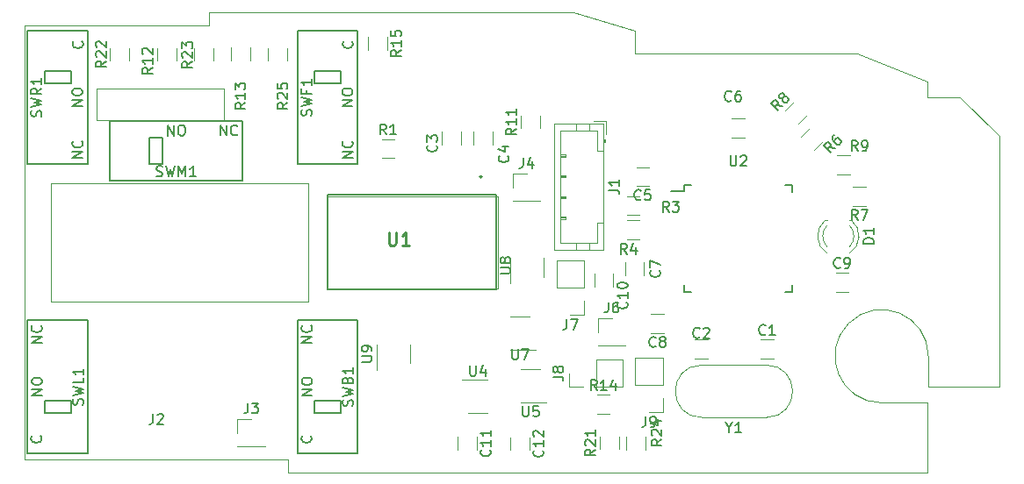
<source format=gbr>
G04 #@! TF.GenerationSoftware,KiCad,Pcbnew,5.99.0-unknown-072ea9a~86~ubuntu18.04.1*
G04 #@! TF.CreationDate,2019-09-18T00:12:09+01:00*
G04 #@! TF.ProjectId,mouse8,6d6f7573-6538-42e6-9b69-6361645f7063,rev?*
G04 #@! TF.SameCoordinates,Original*
G04 #@! TF.FileFunction,Legend,Top*
G04 #@! TF.FilePolarity,Positive*
%FSLAX46Y46*%
G04 Gerber Fmt 4.6, Leading zero omitted, Abs format (unit mm)*
G04 Created by KiCad (PCBNEW 5.99.0-unknown-072ea9a~86~ubuntu18.04.1) date 2019-09-18 00:12:09*
%MOMM*%
%LPD*%
G04 APERTURE LIST*
%ADD10C,0.050000*%
%ADD11C,0.120000*%
%ADD12C,0.150000*%
%ADD13C,0.254000*%
%ADD14C,0.200000*%
G04 APERTURE END LIST*
D10*
X205350000Y-63500000D02*
X170180000Y-63500000D01*
X211275000Y-65275000D02*
X205350000Y-63500000D01*
X211275000Y-65275000D02*
X211275000Y-67525000D01*
X242600000Y-71750000D02*
X246375000Y-75450000D01*
X239395000Y-71755000D02*
X242600000Y-71750000D01*
X239400000Y-70200000D02*
X239395000Y-71755000D01*
X232675000Y-67525000D02*
X239400000Y-70200000D01*
X211275000Y-67525000D02*
X232675000Y-67525000D01*
X239395000Y-107950000D02*
X177800000Y-107950000D01*
X246375000Y-75450000D02*
X246380000Y-99695000D01*
X239525000Y-99675000D02*
X246380000Y-99695000D01*
X239400000Y-101250000D02*
X239395000Y-107950000D01*
X239525000Y-96750000D02*
X239525000Y-99675000D01*
X235025000Y-101250000D02*
X239400000Y-101250000D01*
X235025000Y-101250000D02*
G75*
G02X239525000Y-96750000I0J4500000D01*
G01*
X159308800Y-70916800D02*
X159308800Y-73914000D01*
X171653200Y-70916800D02*
X159308800Y-70916800D01*
X171653200Y-73914000D02*
X171653200Y-70916800D01*
X159308800Y-73914000D02*
X171653200Y-73914000D01*
X154940000Y-80010000D02*
X179705000Y-80010000D01*
X181483000Y-90170000D02*
X181483000Y-81280000D01*
X197993000Y-90170000D02*
X181483000Y-90170000D01*
X197993000Y-81280000D02*
X197993000Y-90170000D01*
X181483000Y-81280000D02*
X197993000Y-81280000D01*
X177800000Y-106680000D02*
X177800000Y-107950000D01*
X152400000Y-106680000D02*
X177800000Y-106680000D01*
X170180000Y-64770000D02*
X152400000Y-64770000D01*
X170180000Y-63500000D02*
X170180000Y-64770000D01*
X154940000Y-91440000D02*
X154940000Y-90805000D01*
X179705000Y-91440000D02*
X179705000Y-90805000D01*
X179705000Y-80010000D02*
X179705000Y-90805000D01*
X154940000Y-90805000D02*
X154940000Y-80010000D01*
X179705000Y-91440000D02*
X154940000Y-91440000D01*
X152400000Y-106680000D02*
X152400000Y-64770000D01*
D11*
X207670000Y-93070000D02*
X209000000Y-93070000D01*
X207670000Y-94400000D02*
X207670000Y-93070000D01*
X207670000Y-95670000D02*
X210330000Y-95670000D01*
X210330000Y-95670000D02*
X210330000Y-95730000D01*
X207670000Y-95670000D02*
X207670000Y-95730000D01*
X207670000Y-95730000D02*
X210330000Y-95730000D01*
X206330000Y-92730000D02*
X205000000Y-92730000D01*
X206330000Y-91400000D02*
X206330000Y-92730000D01*
X206330000Y-90130000D02*
X203670000Y-90130000D01*
X203670000Y-90130000D02*
X203670000Y-87530000D01*
X206330000Y-90130000D02*
X206330000Y-87530000D01*
X206330000Y-87530000D02*
X203670000Y-87530000D01*
X204870000Y-99730000D02*
X204870000Y-98400000D01*
X206200000Y-99730000D02*
X204870000Y-99730000D01*
X207470000Y-99730000D02*
X207470000Y-97070000D01*
X207470000Y-97070000D02*
X210070000Y-97070000D01*
X207470000Y-99730000D02*
X210070000Y-99730000D01*
X210070000Y-99730000D02*
X210070000Y-97070000D01*
X213930000Y-102130000D02*
X212600000Y-102130000D01*
X213930000Y-100800000D02*
X213930000Y-102130000D01*
X213930000Y-99530000D02*
X211270000Y-99530000D01*
X211270000Y-99530000D02*
X211270000Y-96930000D01*
X213930000Y-99530000D02*
X213930000Y-96930000D01*
X213930000Y-96930000D02*
X211270000Y-96930000D01*
X211689564Y-83605000D02*
X210485436Y-83605000D01*
X211689564Y-85425000D02*
X210485436Y-85425000D01*
D12*
X216017000Y-80769000D02*
X214742000Y-80769000D01*
X226367000Y-80194000D02*
X225692000Y-80194000D01*
X226367000Y-90544000D02*
X225692000Y-90544000D01*
X216017000Y-90544000D02*
X216692000Y-90544000D01*
X216017000Y-80194000D02*
X216692000Y-80194000D01*
X216017000Y-90544000D02*
X216017000Y-89869000D01*
X226367000Y-90544000D02*
X226367000Y-89869000D01*
X226367000Y-80194000D02*
X226367000Y-80869000D01*
X216017000Y-80194000D02*
X216017000Y-80769000D01*
D11*
X199470000Y-79120000D02*
X200800000Y-79120000D01*
X199470000Y-80450000D02*
X199470000Y-79120000D01*
X199470000Y-81720000D02*
X202130000Y-81720000D01*
X202130000Y-81720000D02*
X202130000Y-81780000D01*
X199470000Y-81720000D02*
X199470000Y-81780000D01*
X199470000Y-81780000D02*
X202130000Y-81780000D01*
X172914000Y-102810000D02*
X174244000Y-102810000D01*
X172914000Y-104140000D02*
X172914000Y-102810000D01*
X172914000Y-105410000D02*
X175574000Y-105410000D01*
X175574000Y-105410000D02*
X175574000Y-105470000D01*
X172914000Y-105410000D02*
X172914000Y-105470000D01*
X172914000Y-105470000D02*
X175574000Y-105470000D01*
X209698000Y-105721564D02*
X209698000Y-104517436D01*
X207878000Y-105721564D02*
X207878000Y-104517436D01*
X202078000Y-74733564D02*
X202078000Y-73529436D01*
X200258000Y-74733564D02*
X200258000Y-73529436D01*
X165206000Y-66998436D02*
X165206000Y-68202564D01*
X167026000Y-66998436D02*
X167026000Y-68202564D01*
X172318000Y-66961936D02*
X172318000Y-68166064D01*
X174138000Y-66961936D02*
X174138000Y-68166064D01*
X207597936Y-102310000D02*
X208802064Y-102310000D01*
X207597936Y-100490000D02*
X208802064Y-100490000D01*
X185526000Y-65945936D02*
X185526000Y-67150064D01*
X187346000Y-65945936D02*
X187346000Y-67150064D01*
X162454000Y-68202564D02*
X162454000Y-66998436D01*
X160634000Y-68202564D02*
X160634000Y-66998436D01*
X170582000Y-68202564D02*
X170582000Y-66998436D01*
X168762000Y-68202564D02*
X168762000Y-66998436D01*
X212238000Y-105758064D02*
X212238000Y-104553936D01*
X210418000Y-105758064D02*
X210418000Y-104553936D01*
X177694000Y-68202564D02*
X177694000Y-66998436D01*
X175874000Y-68202564D02*
X175874000Y-66998436D01*
X212110000Y-88902064D02*
X212110000Y-87697936D01*
X210290000Y-88902064D02*
X210290000Y-87697936D01*
X212577064Y-78490000D02*
X211372936Y-78490000D01*
X212577064Y-80310000D02*
X211372936Y-80310000D01*
X214002064Y-92690000D02*
X212797936Y-92690000D01*
X214002064Y-94510000D02*
X212797936Y-94510000D01*
X194458000Y-76294064D02*
X194458000Y-75089936D01*
X192638000Y-76294064D02*
X192638000Y-75089936D01*
X197506000Y-76294064D02*
X197506000Y-75089936D01*
X195686000Y-76294064D02*
X195686000Y-75089936D01*
X230597936Y-90510000D02*
X231802064Y-90510000D01*
X230597936Y-88690000D02*
X231802064Y-88690000D01*
X223383936Y-96978000D02*
X224588064Y-96978000D01*
X223383936Y-95158000D02*
X224588064Y-95158000D01*
X199242000Y-104590436D02*
X199242000Y-105794564D01*
X201062000Y-104590436D02*
X201062000Y-105794564D01*
X220589936Y-75642000D02*
X221794064Y-75642000D01*
X220589936Y-73822000D02*
X221794064Y-73822000D01*
X218238064Y-95158000D02*
X217033936Y-95158000D01*
X218238064Y-96978000D02*
X217033936Y-96978000D01*
X207340000Y-88797936D02*
X207340000Y-90002064D01*
X209160000Y-88797936D02*
X209160000Y-90002064D01*
X194162000Y-104553936D02*
X194162000Y-105758064D01*
X195982000Y-104553936D02*
X195982000Y-105758064D01*
X217659000Y-97607000D02*
G75*
G03X217659000Y-102657000I0J-2525000D01*
G01*
X223909000Y-97607000D02*
G75*
G02X223909000Y-102657000I0J-2525000D01*
G01*
X223909000Y-97607000D02*
X217659000Y-97607000D01*
X223909000Y-102657000D02*
X217659000Y-102657000D01*
X229764000Y-83586000D02*
X229608000Y-83586000D01*
X232080000Y-83586000D02*
X231924000Y-83586000D01*
X229764163Y-86187130D02*
G75*
G02X229764000Y-84105039I1079837J1041130D01*
G01*
X231923837Y-86187130D02*
G75*
G03X231924000Y-84105039I-1079837J1041130D01*
G01*
X229765392Y-86818335D02*
G75*
G02X229608484Y-83586000I1078608J1672335D01*
G01*
X231922608Y-86818335D02*
G75*
G03X232079516Y-83586000I-1078608J1672335D01*
G01*
X196988000Y-98974000D02*
X194538000Y-98974000D01*
X195188000Y-102194000D02*
X196988000Y-102194000D01*
X200268000Y-101178000D02*
X202718000Y-101178000D01*
X202068000Y-97958000D02*
X200268000Y-97958000D01*
X199252000Y-96098000D02*
X201702000Y-96098000D01*
X201052000Y-92878000D02*
X199252000Y-92878000D01*
X199183999Y-87280001D02*
X199183999Y-89730001D01*
X202403999Y-89080001D02*
X202403999Y-87280001D01*
X186350000Y-95620000D02*
X186350000Y-98070000D01*
X189570000Y-97420000D02*
X189570000Y-95620000D01*
X211686064Y-81303000D02*
X210481936Y-81303000D01*
X211686064Y-83123000D02*
X210481936Y-83123000D01*
X230749936Y-79198000D02*
X231954064Y-79198000D01*
X230749936Y-77378000D02*
X231954064Y-77378000D01*
X228521744Y-76817191D02*
X229373191Y-75965744D01*
X227234809Y-75530256D02*
X228086256Y-74678809D01*
X226562256Y-72138809D02*
X225710809Y-72990256D01*
X227849191Y-73425744D02*
X226997744Y-74277191D01*
X186813436Y-77618000D02*
X188017564Y-77618000D01*
X186813436Y-75798000D02*
X188017564Y-75798000D01*
X233478064Y-80426000D02*
X232273936Y-80426000D01*
X233478064Y-82246000D02*
X232273936Y-82246000D01*
D12*
X184510000Y-78155000D02*
X184510000Y-65355000D01*
X178710000Y-78155000D02*
X184510000Y-78155000D01*
X178710000Y-65355000D02*
X178710000Y-78155000D01*
X184510000Y-65355000D02*
X178710000Y-65355000D01*
X180340000Y-69205000D02*
X182880000Y-69205000D01*
X180340000Y-70405000D02*
X180340000Y-69205000D01*
X182880000Y-70405000D02*
X180340000Y-70405000D01*
X182880000Y-69205000D02*
X182880000Y-70405000D01*
D13*
X196439270Y-79412000D02*
G75*
G03X196439270Y-79412000I-67270J0D01*
G01*
D14*
X197838000Y-81175000D02*
X181638000Y-81175000D01*
X197838000Y-90275000D02*
X197838000Y-81175000D01*
X181638000Y-90275000D02*
X197838000Y-90275000D01*
X181638000Y-81175000D02*
X181638000Y-90275000D01*
D12*
X178710000Y-93295000D02*
X178710000Y-106095000D01*
X184510000Y-93295000D02*
X178710000Y-93295000D01*
X184510000Y-106095000D02*
X184510000Y-93295000D01*
X178710000Y-106095000D02*
X184510000Y-106095000D01*
X182880000Y-102245000D02*
X180340000Y-102245000D01*
X182880000Y-101045000D02*
X182880000Y-102245000D01*
X180340000Y-101045000D02*
X182880000Y-101045000D01*
X180340000Y-102245000D02*
X180340000Y-101045000D01*
D11*
X208485000Y-74021000D02*
X207235000Y-74021000D01*
X208485000Y-75271000D02*
X208485000Y-74021000D01*
X204075000Y-83381000D02*
X204575000Y-83381000D01*
X204575000Y-83481000D02*
X204075000Y-83481000D01*
X204575000Y-83281000D02*
X204575000Y-83481000D01*
X204075000Y-83281000D02*
X204575000Y-83281000D01*
X204075000Y-81381000D02*
X204575000Y-81381000D01*
X204575000Y-81481000D02*
X204075000Y-81481000D01*
X204575000Y-81281000D02*
X204575000Y-81481000D01*
X204075000Y-81281000D02*
X204575000Y-81281000D01*
X204075000Y-79381000D02*
X204575000Y-79381000D01*
X204575000Y-79481000D02*
X204075000Y-79481000D01*
X204575000Y-79281000D02*
X204575000Y-79481000D01*
X204075000Y-79281000D02*
X204575000Y-79281000D01*
X204075000Y-77381000D02*
X204575000Y-77381000D01*
X204575000Y-77481000D02*
X204075000Y-77481000D01*
X204575000Y-77281000D02*
X204575000Y-77481000D01*
X204075000Y-77281000D02*
X204575000Y-77281000D01*
X205575000Y-86441000D02*
X205575000Y-85831000D01*
X206875000Y-86441000D02*
X206875000Y-85831000D01*
X205575000Y-74321000D02*
X205575000Y-74931000D01*
X206875000Y-74321000D02*
X206875000Y-74931000D01*
X207575000Y-83881000D02*
X208185000Y-83881000D01*
X207575000Y-85831000D02*
X207575000Y-83881000D01*
X204075000Y-85831000D02*
X207575000Y-85831000D01*
X204075000Y-74931000D02*
X204075000Y-85831000D01*
X207575000Y-74931000D02*
X204075000Y-74931000D01*
X207575000Y-76881000D02*
X207575000Y-74931000D01*
X208185000Y-76881000D02*
X207575000Y-76881000D01*
X208285000Y-76081000D02*
X208285000Y-75781000D01*
X208385000Y-75781000D02*
X208185000Y-75781000D01*
X208385000Y-76081000D02*
X208385000Y-75781000D01*
X208185000Y-76081000D02*
X208385000Y-76081000D01*
X208185000Y-86441000D02*
X208185000Y-74321000D01*
X203465000Y-86441000D02*
X208185000Y-86441000D01*
X203465000Y-74321000D02*
X203465000Y-86441000D01*
X208185000Y-74321000D02*
X203465000Y-74321000D01*
D12*
X158475000Y-78155000D02*
X158475000Y-65355000D01*
X152675000Y-78155000D02*
X158475000Y-78155000D01*
X152675000Y-65355000D02*
X152675000Y-78155000D01*
X158475000Y-65355000D02*
X152675000Y-65355000D01*
X154305000Y-69205000D02*
X156845000Y-69205000D01*
X154305000Y-70405000D02*
X154305000Y-69205000D01*
X156845000Y-70405000D02*
X154305000Y-70405000D01*
X156845000Y-69205000D02*
X156845000Y-70405000D01*
X173405000Y-74035000D02*
X160605000Y-74035000D01*
X173405000Y-79835000D02*
X173405000Y-74035000D01*
X160605000Y-79835000D02*
X173405000Y-79835000D01*
X160605000Y-74035000D02*
X160605000Y-79835000D01*
X164455000Y-78205000D02*
X164455000Y-75665000D01*
X165655000Y-78205000D02*
X164455000Y-78205000D01*
X165655000Y-75665000D02*
X165655000Y-78205000D01*
X164455000Y-75665000D02*
X165655000Y-75665000D01*
X152675000Y-93295000D02*
X152675000Y-106095000D01*
X158475000Y-93295000D02*
X152675000Y-93295000D01*
X158475000Y-106095000D02*
X158475000Y-93295000D01*
X152675000Y-106095000D02*
X158475000Y-106095000D01*
X156845000Y-102245000D02*
X154305000Y-102245000D01*
X156845000Y-101045000D02*
X156845000Y-102245000D01*
X154305000Y-101045000D02*
X156845000Y-101045000D01*
X154305000Y-102245000D02*
X154305000Y-101045000D01*
X208666666Y-91522380D02*
X208666666Y-92236666D01*
X208619047Y-92379523D01*
X208523809Y-92474761D01*
X208380952Y-92522380D01*
X208285714Y-92522380D01*
X209571428Y-91522380D02*
X209380952Y-91522380D01*
X209285714Y-91570000D01*
X209238095Y-91617619D01*
X209142857Y-91760476D01*
X209095238Y-91950952D01*
X209095238Y-92331904D01*
X209142857Y-92427142D01*
X209190476Y-92474761D01*
X209285714Y-92522380D01*
X209476190Y-92522380D01*
X209571428Y-92474761D01*
X209619047Y-92427142D01*
X209666666Y-92331904D01*
X209666666Y-92093809D01*
X209619047Y-91998571D01*
X209571428Y-91950952D01*
X209476190Y-91903333D01*
X209285714Y-91903333D01*
X209190476Y-91950952D01*
X209142857Y-91998571D01*
X209095238Y-92093809D01*
X204666666Y-93182380D02*
X204666666Y-93896666D01*
X204619047Y-94039523D01*
X204523809Y-94134761D01*
X204380952Y-94182380D01*
X204285714Y-94182380D01*
X205047619Y-93182380D02*
X205714285Y-93182380D01*
X205285714Y-94182380D01*
X203322380Y-98733333D02*
X204036666Y-98733333D01*
X204179523Y-98780952D01*
X204274761Y-98876190D01*
X204322380Y-99019047D01*
X204322380Y-99114285D01*
X203750952Y-98114285D02*
X203703333Y-98209523D01*
X203655714Y-98257142D01*
X203560476Y-98304761D01*
X203512857Y-98304761D01*
X203417619Y-98257142D01*
X203370000Y-98209523D01*
X203322380Y-98114285D01*
X203322380Y-97923809D01*
X203370000Y-97828571D01*
X203417619Y-97780952D01*
X203512857Y-97733333D01*
X203560476Y-97733333D01*
X203655714Y-97780952D01*
X203703333Y-97828571D01*
X203750952Y-97923809D01*
X203750952Y-98114285D01*
X203798571Y-98209523D01*
X203846190Y-98257142D01*
X203941428Y-98304761D01*
X204131904Y-98304761D01*
X204227142Y-98257142D01*
X204274761Y-98209523D01*
X204322380Y-98114285D01*
X204322380Y-97923809D01*
X204274761Y-97828571D01*
X204227142Y-97780952D01*
X204131904Y-97733333D01*
X203941428Y-97733333D01*
X203846190Y-97780952D01*
X203798571Y-97828571D01*
X203750952Y-97923809D01*
X212266666Y-102582380D02*
X212266666Y-103296666D01*
X212219047Y-103439523D01*
X212123809Y-103534761D01*
X211980952Y-103582380D01*
X211885714Y-103582380D01*
X212790476Y-103582380D02*
X212980952Y-103582380D01*
X213076190Y-103534761D01*
X213123809Y-103487142D01*
X213219047Y-103344285D01*
X213266666Y-103153809D01*
X213266666Y-102772857D01*
X213219047Y-102677619D01*
X213171428Y-102630000D01*
X213076190Y-102582380D01*
X212885714Y-102582380D01*
X212790476Y-102630000D01*
X212742857Y-102677619D01*
X212695238Y-102772857D01*
X212695238Y-103010952D01*
X212742857Y-103106190D01*
X212790476Y-103153809D01*
X212885714Y-103201428D01*
X213076190Y-103201428D01*
X213171428Y-103153809D01*
X213219047Y-103106190D01*
X213266666Y-103010952D01*
X210459333Y-86864380D02*
X210126000Y-86388190D01*
X209887904Y-86864380D02*
X209887904Y-85864380D01*
X210268857Y-85864380D01*
X210364095Y-85912000D01*
X210411714Y-85959619D01*
X210459333Y-86054857D01*
X210459333Y-86197714D01*
X210411714Y-86292952D01*
X210364095Y-86340571D01*
X210268857Y-86388190D01*
X209887904Y-86388190D01*
X211316476Y-86197714D02*
X211316476Y-86864380D01*
X211078380Y-85816761D02*
X210840285Y-86531047D01*
X211459333Y-86531047D01*
X220430095Y-77371380D02*
X220430095Y-78180904D01*
X220477714Y-78276142D01*
X220525333Y-78323761D01*
X220620571Y-78371380D01*
X220811047Y-78371380D01*
X220906285Y-78323761D01*
X220953904Y-78276142D01*
X221001523Y-78180904D01*
X221001523Y-77371380D01*
X221430095Y-77466619D02*
X221477714Y-77419000D01*
X221572952Y-77371380D01*
X221811047Y-77371380D01*
X221906285Y-77419000D01*
X221953904Y-77466619D01*
X222001523Y-77561857D01*
X222001523Y-77657095D01*
X221953904Y-77799952D01*
X221382476Y-78371380D01*
X222001523Y-78371380D01*
X200466666Y-77572380D02*
X200466666Y-78286666D01*
X200419047Y-78429523D01*
X200323809Y-78524761D01*
X200180952Y-78572380D01*
X200085714Y-78572380D01*
X201371428Y-77905714D02*
X201371428Y-78572380D01*
X201133333Y-77524761D02*
X200895238Y-78239047D01*
X201514285Y-78239047D01*
X173910666Y-101262380D02*
X173910666Y-101976666D01*
X173863047Y-102119523D01*
X173767809Y-102214761D01*
X173624952Y-102262380D01*
X173529714Y-102262380D01*
X174291619Y-101262380D02*
X174910666Y-101262380D01*
X174577333Y-101643333D01*
X174720190Y-101643333D01*
X174815428Y-101690952D01*
X174863047Y-101738571D01*
X174910666Y-101833809D01*
X174910666Y-102071904D01*
X174863047Y-102167142D01*
X174815428Y-102214761D01*
X174720190Y-102262380D01*
X174434476Y-102262380D01*
X174339238Y-102214761D01*
X174291619Y-102167142D01*
X207420380Y-105762357D02*
X206944190Y-106095690D01*
X207420380Y-106333785D02*
X206420380Y-106333785D01*
X206420380Y-105952833D01*
X206468000Y-105857595D01*
X206515619Y-105809976D01*
X206610857Y-105762357D01*
X206753714Y-105762357D01*
X206848952Y-105809976D01*
X206896571Y-105857595D01*
X206944190Y-105952833D01*
X206944190Y-106333785D01*
X206515619Y-105381404D02*
X206468000Y-105333785D01*
X206420380Y-105238547D01*
X206420380Y-105000452D01*
X206468000Y-104905214D01*
X206515619Y-104857595D01*
X206610857Y-104809976D01*
X206706095Y-104809976D01*
X206848952Y-104857595D01*
X207420380Y-105429023D01*
X207420380Y-104809976D01*
X207420380Y-103857595D02*
X207420380Y-104429023D01*
X207420380Y-104143309D02*
X206420380Y-104143309D01*
X206563238Y-104238547D01*
X206658476Y-104333785D01*
X206706095Y-104429023D01*
X199800380Y-74774357D02*
X199324190Y-75107690D01*
X199800380Y-75345785D02*
X198800380Y-75345785D01*
X198800380Y-74964833D01*
X198848000Y-74869595D01*
X198895619Y-74821976D01*
X198990857Y-74774357D01*
X199133714Y-74774357D01*
X199228952Y-74821976D01*
X199276571Y-74869595D01*
X199324190Y-74964833D01*
X199324190Y-75345785D01*
X199800380Y-73821976D02*
X199800380Y-74393404D01*
X199800380Y-74107690D02*
X198800380Y-74107690D01*
X198943238Y-74202928D01*
X199038476Y-74298166D01*
X199086095Y-74393404D01*
X199800380Y-72869595D02*
X199800380Y-73441023D01*
X199800380Y-73155309D02*
X198800380Y-73155309D01*
X198943238Y-73250547D01*
X199038476Y-73345785D01*
X199086095Y-73441023D01*
X164714180Y-68892657D02*
X164237990Y-69225990D01*
X164714180Y-69464085D02*
X163714180Y-69464085D01*
X163714180Y-69083133D01*
X163761800Y-68987895D01*
X163809419Y-68940276D01*
X163904657Y-68892657D01*
X164047514Y-68892657D01*
X164142752Y-68940276D01*
X164190371Y-68987895D01*
X164237990Y-69083133D01*
X164237990Y-69464085D01*
X164714180Y-67940276D02*
X164714180Y-68511704D01*
X164714180Y-68225990D02*
X163714180Y-68225990D01*
X163857038Y-68321228D01*
X163952276Y-68416466D01*
X163999895Y-68511704D01*
X163809419Y-67559323D02*
X163761800Y-67511704D01*
X163714180Y-67416466D01*
X163714180Y-67178371D01*
X163761800Y-67083133D01*
X163809419Y-67035514D01*
X163904657Y-66987895D01*
X163999895Y-66987895D01*
X164142752Y-67035514D01*
X164714180Y-67606942D01*
X164714180Y-66987895D01*
X173680380Y-72270857D02*
X173204190Y-72604190D01*
X173680380Y-72842285D02*
X172680380Y-72842285D01*
X172680380Y-72461333D01*
X172728000Y-72366095D01*
X172775619Y-72318476D01*
X172870857Y-72270857D01*
X173013714Y-72270857D01*
X173108952Y-72318476D01*
X173156571Y-72366095D01*
X173204190Y-72461333D01*
X173204190Y-72842285D01*
X173680380Y-71318476D02*
X173680380Y-71889904D01*
X173680380Y-71604190D02*
X172680380Y-71604190D01*
X172823238Y-71699428D01*
X172918476Y-71794666D01*
X172966095Y-71889904D01*
X172680380Y-70985142D02*
X172680380Y-70366095D01*
X173061333Y-70699428D01*
X173061333Y-70556571D01*
X173108952Y-70461333D01*
X173156571Y-70413714D01*
X173251809Y-70366095D01*
X173489904Y-70366095D01*
X173585142Y-70413714D01*
X173632761Y-70461333D01*
X173680380Y-70556571D01*
X173680380Y-70842285D01*
X173632761Y-70937523D01*
X173585142Y-70985142D01*
X207557142Y-100032380D02*
X207223809Y-99556190D01*
X206985714Y-100032380D02*
X206985714Y-99032380D01*
X207366666Y-99032380D01*
X207461904Y-99080000D01*
X207509523Y-99127619D01*
X207557142Y-99222857D01*
X207557142Y-99365714D01*
X207509523Y-99460952D01*
X207461904Y-99508571D01*
X207366666Y-99556190D01*
X206985714Y-99556190D01*
X208509523Y-100032380D02*
X207938095Y-100032380D01*
X208223809Y-100032380D02*
X208223809Y-99032380D01*
X208128571Y-99175238D01*
X208033333Y-99270476D01*
X207938095Y-99318095D01*
X209366666Y-99365714D02*
X209366666Y-100032380D01*
X209128571Y-98984761D02*
X208890476Y-99699047D01*
X209509523Y-99699047D01*
X188708380Y-67190857D02*
X188232190Y-67524190D01*
X188708380Y-67762285D02*
X187708380Y-67762285D01*
X187708380Y-67381333D01*
X187756000Y-67286095D01*
X187803619Y-67238476D01*
X187898857Y-67190857D01*
X188041714Y-67190857D01*
X188136952Y-67238476D01*
X188184571Y-67286095D01*
X188232190Y-67381333D01*
X188232190Y-67762285D01*
X188708380Y-66238476D02*
X188708380Y-66809904D01*
X188708380Y-66524190D02*
X187708380Y-66524190D01*
X187851238Y-66619428D01*
X187946476Y-66714666D01*
X187994095Y-66809904D01*
X187708380Y-65333714D02*
X187708380Y-65809904D01*
X188184571Y-65857523D01*
X188136952Y-65809904D01*
X188089333Y-65714666D01*
X188089333Y-65476571D01*
X188136952Y-65381333D01*
X188184571Y-65333714D01*
X188279809Y-65286095D01*
X188517904Y-65286095D01*
X188613142Y-65333714D01*
X188660761Y-65381333D01*
X188708380Y-65476571D01*
X188708380Y-65714666D01*
X188660761Y-65809904D01*
X188613142Y-65857523D01*
X160269180Y-68243357D02*
X159792990Y-68576690D01*
X160269180Y-68814785D02*
X159269180Y-68814785D01*
X159269180Y-68433833D01*
X159316800Y-68338595D01*
X159364419Y-68290976D01*
X159459657Y-68243357D01*
X159602514Y-68243357D01*
X159697752Y-68290976D01*
X159745371Y-68338595D01*
X159792990Y-68433833D01*
X159792990Y-68814785D01*
X159364419Y-67862404D02*
X159316800Y-67814785D01*
X159269180Y-67719547D01*
X159269180Y-67481452D01*
X159316800Y-67386214D01*
X159364419Y-67338595D01*
X159459657Y-67290976D01*
X159554895Y-67290976D01*
X159697752Y-67338595D01*
X160269180Y-67910023D01*
X160269180Y-67290976D01*
X159364419Y-66910023D02*
X159316800Y-66862404D01*
X159269180Y-66767166D01*
X159269180Y-66529071D01*
X159316800Y-66433833D01*
X159364419Y-66386214D01*
X159459657Y-66338595D01*
X159554895Y-66338595D01*
X159697752Y-66386214D01*
X160269180Y-66957642D01*
X160269180Y-66338595D01*
X168574980Y-68308457D02*
X168098790Y-68641790D01*
X168574980Y-68879885D02*
X167574980Y-68879885D01*
X167574980Y-68498933D01*
X167622600Y-68403695D01*
X167670219Y-68356076D01*
X167765457Y-68308457D01*
X167908314Y-68308457D01*
X168003552Y-68356076D01*
X168051171Y-68403695D01*
X168098790Y-68498933D01*
X168098790Y-68879885D01*
X167670219Y-67927504D02*
X167622600Y-67879885D01*
X167574980Y-67784647D01*
X167574980Y-67546552D01*
X167622600Y-67451314D01*
X167670219Y-67403695D01*
X167765457Y-67356076D01*
X167860695Y-67356076D01*
X168003552Y-67403695D01*
X168574980Y-67975123D01*
X168574980Y-67356076D01*
X167574980Y-67022742D02*
X167574980Y-66403695D01*
X167955933Y-66737028D01*
X167955933Y-66594171D01*
X168003552Y-66498933D01*
X168051171Y-66451314D01*
X168146409Y-66403695D01*
X168384504Y-66403695D01*
X168479742Y-66451314D01*
X168527361Y-66498933D01*
X168574980Y-66594171D01*
X168574980Y-66879885D01*
X168527361Y-66975123D01*
X168479742Y-67022742D01*
X213812380Y-104782857D02*
X213336190Y-105116190D01*
X213812380Y-105354285D02*
X212812380Y-105354285D01*
X212812380Y-104973333D01*
X212860000Y-104878095D01*
X212907619Y-104830476D01*
X213002857Y-104782857D01*
X213145714Y-104782857D01*
X213240952Y-104830476D01*
X213288571Y-104878095D01*
X213336190Y-104973333D01*
X213336190Y-105354285D01*
X212907619Y-104401904D02*
X212860000Y-104354285D01*
X212812380Y-104259047D01*
X212812380Y-104020952D01*
X212860000Y-103925714D01*
X212907619Y-103878095D01*
X213002857Y-103830476D01*
X213098095Y-103830476D01*
X213240952Y-103878095D01*
X213812380Y-104449523D01*
X213812380Y-103830476D01*
X213145714Y-102973333D02*
X213812380Y-102973333D01*
X212764761Y-103211428D02*
X213479047Y-103449523D01*
X213479047Y-102830476D01*
X177744380Y-72270857D02*
X177268190Y-72604190D01*
X177744380Y-72842285D02*
X176744380Y-72842285D01*
X176744380Y-72461333D01*
X176792000Y-72366095D01*
X176839619Y-72318476D01*
X176934857Y-72270857D01*
X177077714Y-72270857D01*
X177172952Y-72318476D01*
X177220571Y-72366095D01*
X177268190Y-72461333D01*
X177268190Y-72842285D01*
X176839619Y-71889904D02*
X176792000Y-71842285D01*
X176744380Y-71747047D01*
X176744380Y-71508952D01*
X176792000Y-71413714D01*
X176839619Y-71366095D01*
X176934857Y-71318476D01*
X177030095Y-71318476D01*
X177172952Y-71366095D01*
X177744380Y-71937523D01*
X177744380Y-71318476D01*
X176744380Y-70413714D02*
X176744380Y-70889904D01*
X177220571Y-70937523D01*
X177172952Y-70889904D01*
X177125333Y-70794666D01*
X177125333Y-70556571D01*
X177172952Y-70461333D01*
X177220571Y-70413714D01*
X177315809Y-70366095D01*
X177553904Y-70366095D01*
X177649142Y-70413714D01*
X177696761Y-70461333D01*
X177744380Y-70556571D01*
X177744380Y-70794666D01*
X177696761Y-70889904D01*
X177649142Y-70937523D01*
X213589142Y-88466666D02*
X213636761Y-88514285D01*
X213684380Y-88657142D01*
X213684380Y-88752380D01*
X213636761Y-88895238D01*
X213541523Y-88990476D01*
X213446285Y-89038095D01*
X213255809Y-89085714D01*
X213112952Y-89085714D01*
X212922476Y-89038095D01*
X212827238Y-88990476D01*
X212732000Y-88895238D01*
X212684380Y-88752380D01*
X212684380Y-88657142D01*
X212732000Y-88514285D01*
X212779619Y-88466666D01*
X212684380Y-88133333D02*
X212684380Y-87466666D01*
X213684380Y-87895238D01*
X211808333Y-81577142D02*
X211760714Y-81624761D01*
X211617857Y-81672380D01*
X211522619Y-81672380D01*
X211379761Y-81624761D01*
X211284523Y-81529523D01*
X211236904Y-81434285D01*
X211189285Y-81243809D01*
X211189285Y-81100952D01*
X211236904Y-80910476D01*
X211284523Y-80815238D01*
X211379761Y-80720000D01*
X211522619Y-80672380D01*
X211617857Y-80672380D01*
X211760714Y-80720000D01*
X211808333Y-80767619D01*
X212713095Y-80672380D02*
X212236904Y-80672380D01*
X212189285Y-81148571D01*
X212236904Y-81100952D01*
X212332142Y-81053333D01*
X212570238Y-81053333D01*
X212665476Y-81100952D01*
X212713095Y-81148571D01*
X212760714Y-81243809D01*
X212760714Y-81481904D01*
X212713095Y-81577142D01*
X212665476Y-81624761D01*
X212570238Y-81672380D01*
X212332142Y-81672380D01*
X212236904Y-81624761D01*
X212189285Y-81577142D01*
X213233333Y-95777142D02*
X213185714Y-95824761D01*
X213042857Y-95872380D01*
X212947619Y-95872380D01*
X212804761Y-95824761D01*
X212709523Y-95729523D01*
X212661904Y-95634285D01*
X212614285Y-95443809D01*
X212614285Y-95300952D01*
X212661904Y-95110476D01*
X212709523Y-95015238D01*
X212804761Y-94920000D01*
X212947619Y-94872380D01*
X213042857Y-94872380D01*
X213185714Y-94920000D01*
X213233333Y-94967619D01*
X213804761Y-95300952D02*
X213709523Y-95253333D01*
X213661904Y-95205714D01*
X213614285Y-95110476D01*
X213614285Y-95062857D01*
X213661904Y-94967619D01*
X213709523Y-94920000D01*
X213804761Y-94872380D01*
X213995238Y-94872380D01*
X214090476Y-94920000D01*
X214138095Y-94967619D01*
X214185714Y-95062857D01*
X214185714Y-95110476D01*
X214138095Y-95205714D01*
X214090476Y-95253333D01*
X213995238Y-95300952D01*
X213804761Y-95300952D01*
X213709523Y-95348571D01*
X213661904Y-95396190D01*
X213614285Y-95491428D01*
X213614285Y-95681904D01*
X213661904Y-95777142D01*
X213709523Y-95824761D01*
X213804761Y-95872380D01*
X213995238Y-95872380D01*
X214090476Y-95824761D01*
X214138095Y-95777142D01*
X214185714Y-95681904D01*
X214185714Y-95491428D01*
X214138095Y-95396190D01*
X214090476Y-95348571D01*
X213995238Y-95300952D01*
X192085142Y-76366666D02*
X192132761Y-76414285D01*
X192180380Y-76557142D01*
X192180380Y-76652380D01*
X192132761Y-76795238D01*
X192037523Y-76890476D01*
X191942285Y-76938095D01*
X191751809Y-76985714D01*
X191608952Y-76985714D01*
X191418476Y-76938095D01*
X191323238Y-76890476D01*
X191228000Y-76795238D01*
X191180380Y-76652380D01*
X191180380Y-76557142D01*
X191228000Y-76414285D01*
X191275619Y-76366666D01*
X191180380Y-76033333D02*
X191180380Y-75414285D01*
X191561333Y-75747619D01*
X191561333Y-75604761D01*
X191608952Y-75509523D01*
X191656571Y-75461904D01*
X191751809Y-75414285D01*
X191989904Y-75414285D01*
X192085142Y-75461904D01*
X192132761Y-75509523D01*
X192180380Y-75604761D01*
X192180380Y-75890476D01*
X192132761Y-75985714D01*
X192085142Y-76033333D01*
X198985142Y-77382666D02*
X199032761Y-77430285D01*
X199080380Y-77573142D01*
X199080380Y-77668380D01*
X199032761Y-77811238D01*
X198937523Y-77906476D01*
X198842285Y-77954095D01*
X198651809Y-78001714D01*
X198508952Y-78001714D01*
X198318476Y-77954095D01*
X198223238Y-77906476D01*
X198128000Y-77811238D01*
X198080380Y-77668380D01*
X198080380Y-77573142D01*
X198128000Y-77430285D01*
X198175619Y-77382666D01*
X198413714Y-76525523D02*
X199080380Y-76525523D01*
X198032761Y-76763619D02*
X198747047Y-77001714D01*
X198747047Y-76382666D01*
X231033333Y-88137142D02*
X230985714Y-88184761D01*
X230842857Y-88232380D01*
X230747619Y-88232380D01*
X230604761Y-88184761D01*
X230509523Y-88089523D01*
X230461904Y-87994285D01*
X230414285Y-87803809D01*
X230414285Y-87660952D01*
X230461904Y-87470476D01*
X230509523Y-87375238D01*
X230604761Y-87280000D01*
X230747619Y-87232380D01*
X230842857Y-87232380D01*
X230985714Y-87280000D01*
X231033333Y-87327619D01*
X231509523Y-88232380D02*
X231700000Y-88232380D01*
X231795238Y-88184761D01*
X231842857Y-88137142D01*
X231938095Y-87994285D01*
X231985714Y-87803809D01*
X231985714Y-87422857D01*
X231938095Y-87327619D01*
X231890476Y-87280000D01*
X231795238Y-87232380D01*
X231604761Y-87232380D01*
X231509523Y-87280000D01*
X231461904Y-87327619D01*
X231414285Y-87422857D01*
X231414285Y-87660952D01*
X231461904Y-87756190D01*
X231509523Y-87803809D01*
X231604761Y-87851428D01*
X231795238Y-87851428D01*
X231890476Y-87803809D01*
X231938095Y-87756190D01*
X231985714Y-87660952D01*
X223819333Y-94605142D02*
X223771714Y-94652761D01*
X223628857Y-94700380D01*
X223533619Y-94700380D01*
X223390761Y-94652761D01*
X223295523Y-94557523D01*
X223247904Y-94462285D01*
X223200285Y-94271809D01*
X223200285Y-94128952D01*
X223247904Y-93938476D01*
X223295523Y-93843238D01*
X223390761Y-93748000D01*
X223533619Y-93700380D01*
X223628857Y-93700380D01*
X223771714Y-93748000D01*
X223819333Y-93795619D01*
X224771714Y-94700380D02*
X224200285Y-94700380D01*
X224486000Y-94700380D02*
X224486000Y-93700380D01*
X224390761Y-93843238D01*
X224295523Y-93938476D01*
X224200285Y-93986095D01*
X202329142Y-105835357D02*
X202376761Y-105882976D01*
X202424380Y-106025833D01*
X202424380Y-106121071D01*
X202376761Y-106263928D01*
X202281523Y-106359166D01*
X202186285Y-106406785D01*
X201995809Y-106454404D01*
X201852952Y-106454404D01*
X201662476Y-106406785D01*
X201567238Y-106359166D01*
X201472000Y-106263928D01*
X201424380Y-106121071D01*
X201424380Y-106025833D01*
X201472000Y-105882976D01*
X201519619Y-105835357D01*
X202424380Y-104882976D02*
X202424380Y-105454404D01*
X202424380Y-105168690D02*
X201424380Y-105168690D01*
X201567238Y-105263928D01*
X201662476Y-105359166D01*
X201710095Y-105454404D01*
X201519619Y-104502023D02*
X201472000Y-104454404D01*
X201424380Y-104359166D01*
X201424380Y-104121071D01*
X201472000Y-104025833D01*
X201519619Y-103978214D01*
X201614857Y-103930595D01*
X201710095Y-103930595D01*
X201852952Y-103978214D01*
X202424380Y-104549642D01*
X202424380Y-103930595D01*
X220517333Y-72041142D02*
X220469714Y-72088761D01*
X220326857Y-72136380D01*
X220231619Y-72136380D01*
X220088761Y-72088761D01*
X219993523Y-71993523D01*
X219945904Y-71898285D01*
X219898285Y-71707809D01*
X219898285Y-71564952D01*
X219945904Y-71374476D01*
X219993523Y-71279238D01*
X220088761Y-71184000D01*
X220231619Y-71136380D01*
X220326857Y-71136380D01*
X220469714Y-71184000D01*
X220517333Y-71231619D01*
X221374476Y-71136380D02*
X221184000Y-71136380D01*
X221088761Y-71184000D01*
X221041142Y-71231619D01*
X220945904Y-71374476D01*
X220898285Y-71564952D01*
X220898285Y-71945904D01*
X220945904Y-72041142D01*
X220993523Y-72088761D01*
X221088761Y-72136380D01*
X221279238Y-72136380D01*
X221374476Y-72088761D01*
X221422095Y-72041142D01*
X221469714Y-71945904D01*
X221469714Y-71707809D01*
X221422095Y-71612571D01*
X221374476Y-71564952D01*
X221279238Y-71517333D01*
X221088761Y-71517333D01*
X220993523Y-71564952D01*
X220945904Y-71612571D01*
X220898285Y-71707809D01*
X217469333Y-94901142D02*
X217421714Y-94948761D01*
X217278857Y-94996380D01*
X217183619Y-94996380D01*
X217040761Y-94948761D01*
X216945523Y-94853523D01*
X216897904Y-94758285D01*
X216850285Y-94567809D01*
X216850285Y-94424952D01*
X216897904Y-94234476D01*
X216945523Y-94139238D01*
X217040761Y-94044000D01*
X217183619Y-93996380D01*
X217278857Y-93996380D01*
X217421714Y-94044000D01*
X217469333Y-94091619D01*
X217850285Y-94091619D02*
X217897904Y-94044000D01*
X217993142Y-93996380D01*
X218231238Y-93996380D01*
X218326476Y-94044000D01*
X218374095Y-94091619D01*
X218421714Y-94186857D01*
X218421714Y-94282095D01*
X218374095Y-94424952D01*
X217802666Y-94996380D01*
X218421714Y-94996380D01*
X210427142Y-91530357D02*
X210474761Y-91577976D01*
X210522380Y-91720833D01*
X210522380Y-91816071D01*
X210474761Y-91958928D01*
X210379523Y-92054166D01*
X210284285Y-92101785D01*
X210093809Y-92149404D01*
X209950952Y-92149404D01*
X209760476Y-92101785D01*
X209665238Y-92054166D01*
X209570000Y-91958928D01*
X209522380Y-91816071D01*
X209522380Y-91720833D01*
X209570000Y-91577976D01*
X209617619Y-91530357D01*
X210522380Y-90577976D02*
X210522380Y-91149404D01*
X210522380Y-90863690D02*
X209522380Y-90863690D01*
X209665238Y-90958928D01*
X209760476Y-91054166D01*
X209808095Y-91149404D01*
X209522380Y-89958928D02*
X209522380Y-89863690D01*
X209570000Y-89768452D01*
X209617619Y-89720833D01*
X209712857Y-89673214D01*
X209903333Y-89625595D01*
X210141428Y-89625595D01*
X210331904Y-89673214D01*
X210427142Y-89720833D01*
X210474761Y-89768452D01*
X210522380Y-89863690D01*
X210522380Y-89958928D01*
X210474761Y-90054166D01*
X210427142Y-90101785D01*
X210331904Y-90149404D01*
X210141428Y-90197023D01*
X209903333Y-90197023D01*
X209712857Y-90149404D01*
X209617619Y-90101785D01*
X209570000Y-90054166D01*
X209522380Y-89958928D01*
X197249142Y-105798857D02*
X197296761Y-105846476D01*
X197344380Y-105989333D01*
X197344380Y-106084571D01*
X197296761Y-106227428D01*
X197201523Y-106322666D01*
X197106285Y-106370285D01*
X196915809Y-106417904D01*
X196772952Y-106417904D01*
X196582476Y-106370285D01*
X196487238Y-106322666D01*
X196392000Y-106227428D01*
X196344380Y-106084571D01*
X196344380Y-105989333D01*
X196392000Y-105846476D01*
X196439619Y-105798857D01*
X197344380Y-104846476D02*
X197344380Y-105417904D01*
X197344380Y-105132190D02*
X196344380Y-105132190D01*
X196487238Y-105227428D01*
X196582476Y-105322666D01*
X196630095Y-105417904D01*
X197344380Y-103894095D02*
X197344380Y-104465523D01*
X197344380Y-104179809D02*
X196344380Y-104179809D01*
X196487238Y-104275047D01*
X196582476Y-104370285D01*
X196630095Y-104465523D01*
X220307809Y-103633190D02*
X220307809Y-104109380D01*
X219974476Y-103109380D02*
X220307809Y-103633190D01*
X220641142Y-103109380D01*
X221498285Y-104109380D02*
X220926857Y-104109380D01*
X221212571Y-104109380D02*
X221212571Y-103109380D01*
X221117333Y-103252238D01*
X221022095Y-103347476D01*
X220926857Y-103395095D01*
X234256380Y-85884095D02*
X233256380Y-85884095D01*
X233256380Y-85646000D01*
X233304000Y-85503142D01*
X233399238Y-85407904D01*
X233494476Y-85360285D01*
X233684952Y-85312666D01*
X233827809Y-85312666D01*
X234018285Y-85360285D01*
X234113523Y-85407904D01*
X234208761Y-85503142D01*
X234256380Y-85646000D01*
X234256380Y-85884095D01*
X234256380Y-84360285D02*
X234256380Y-84931714D01*
X234256380Y-84646000D02*
X233256380Y-84646000D01*
X233399238Y-84741238D01*
X233494476Y-84836476D01*
X233542095Y-84931714D01*
X195326095Y-97652380D02*
X195326095Y-98461904D01*
X195373714Y-98557142D01*
X195421333Y-98604761D01*
X195516571Y-98652380D01*
X195707047Y-98652380D01*
X195802285Y-98604761D01*
X195849904Y-98557142D01*
X195897523Y-98461904D01*
X195897523Y-97652380D01*
X196802285Y-97985714D02*
X196802285Y-98652380D01*
X196564190Y-97604761D02*
X196326095Y-98319047D01*
X196945142Y-98319047D01*
X200406095Y-101560380D02*
X200406095Y-102369904D01*
X200453714Y-102465142D01*
X200501333Y-102512761D01*
X200596571Y-102560380D01*
X200787047Y-102560380D01*
X200882285Y-102512761D01*
X200929904Y-102465142D01*
X200977523Y-102369904D01*
X200977523Y-101560380D01*
X201929904Y-101560380D02*
X201453714Y-101560380D01*
X201406095Y-102036571D01*
X201453714Y-101988952D01*
X201548952Y-101941333D01*
X201787047Y-101941333D01*
X201882285Y-101988952D01*
X201929904Y-102036571D01*
X201977523Y-102131809D01*
X201977523Y-102369904D01*
X201929904Y-102465142D01*
X201882285Y-102512761D01*
X201787047Y-102560380D01*
X201548952Y-102560380D01*
X201453714Y-102512761D01*
X201406095Y-102465142D01*
X199390095Y-96052380D02*
X199390095Y-96861904D01*
X199437714Y-96957142D01*
X199485333Y-97004761D01*
X199580571Y-97052380D01*
X199771047Y-97052380D01*
X199866285Y-97004761D01*
X199913904Y-96957142D01*
X199961523Y-96861904D01*
X199961523Y-96052380D01*
X200342476Y-96052380D02*
X201009142Y-96052380D01*
X200580571Y-97052380D01*
X198252380Y-88761904D02*
X199061904Y-88761904D01*
X199157142Y-88714285D01*
X199204761Y-88666666D01*
X199252380Y-88571428D01*
X199252380Y-88380952D01*
X199204761Y-88285714D01*
X199157142Y-88238095D01*
X199061904Y-88190476D01*
X198252380Y-88190476D01*
X198680952Y-87571428D02*
X198633333Y-87666666D01*
X198585714Y-87714285D01*
X198490476Y-87761904D01*
X198442857Y-87761904D01*
X198347619Y-87714285D01*
X198300000Y-87666666D01*
X198252380Y-87571428D01*
X198252380Y-87380952D01*
X198300000Y-87285714D01*
X198347619Y-87238095D01*
X198442857Y-87190476D01*
X198490476Y-87190476D01*
X198585714Y-87238095D01*
X198633333Y-87285714D01*
X198680952Y-87380952D01*
X198680952Y-87571428D01*
X198728571Y-87666666D01*
X198776190Y-87714285D01*
X198871428Y-87761904D01*
X199061904Y-87761904D01*
X199157142Y-87714285D01*
X199204761Y-87666666D01*
X199252380Y-87571428D01*
X199252380Y-87380952D01*
X199204761Y-87285714D01*
X199157142Y-87238095D01*
X199061904Y-87190476D01*
X198871428Y-87190476D01*
X198776190Y-87238095D01*
X198728571Y-87285714D01*
X198680952Y-87380952D01*
X184872380Y-97281904D02*
X185681904Y-97281904D01*
X185777142Y-97234285D01*
X185824761Y-97186666D01*
X185872380Y-97091428D01*
X185872380Y-96900952D01*
X185824761Y-96805714D01*
X185777142Y-96758095D01*
X185681904Y-96710476D01*
X184872380Y-96710476D01*
X185872380Y-96186666D02*
X185872380Y-95996190D01*
X185824761Y-95900952D01*
X185777142Y-95853333D01*
X185634285Y-95758095D01*
X185443809Y-95710476D01*
X185062857Y-95710476D01*
X184967619Y-95758095D01*
X184920000Y-95805714D01*
X184872380Y-95900952D01*
X184872380Y-96091428D01*
X184920000Y-96186666D01*
X184967619Y-96234285D01*
X185062857Y-96281904D01*
X185300952Y-96281904D01*
X185396190Y-96234285D01*
X185443809Y-96186666D01*
X185491428Y-96091428D01*
X185491428Y-95900952D01*
X185443809Y-95805714D01*
X185396190Y-95758095D01*
X185300952Y-95710476D01*
X214523333Y-82800380D02*
X214190000Y-82324190D01*
X213951904Y-82800380D02*
X213951904Y-81800380D01*
X214332857Y-81800380D01*
X214428095Y-81848000D01*
X214475714Y-81895619D01*
X214523333Y-81990857D01*
X214523333Y-82133714D01*
X214475714Y-82228952D01*
X214428095Y-82276571D01*
X214332857Y-82324190D01*
X213951904Y-82324190D01*
X214856666Y-81800380D02*
X215475714Y-81800380D01*
X215142380Y-82181333D01*
X215285238Y-82181333D01*
X215380476Y-82228952D01*
X215428095Y-82276571D01*
X215475714Y-82371809D01*
X215475714Y-82609904D01*
X215428095Y-82705142D01*
X215380476Y-82752761D01*
X215285238Y-82800380D01*
X214999523Y-82800380D01*
X214904285Y-82752761D01*
X214856666Y-82705142D01*
X232709333Y-76920380D02*
X232376000Y-76444190D01*
X232137904Y-76920380D02*
X232137904Y-75920380D01*
X232518857Y-75920380D01*
X232614095Y-75968000D01*
X232661714Y-76015619D01*
X232709333Y-76110857D01*
X232709333Y-76253714D01*
X232661714Y-76348952D01*
X232614095Y-76396571D01*
X232518857Y-76444190D01*
X232137904Y-76444190D01*
X233185523Y-76920380D02*
X233376000Y-76920380D01*
X233471238Y-76872761D01*
X233518857Y-76825142D01*
X233614095Y-76682285D01*
X233661714Y-76491809D01*
X233661714Y-76110857D01*
X233614095Y-76015619D01*
X233566476Y-75968000D01*
X233471238Y-75920380D01*
X233280761Y-75920380D01*
X233185523Y-75968000D01*
X233137904Y-76015619D01*
X233090285Y-76110857D01*
X233090285Y-76348952D01*
X233137904Y-76444190D01*
X233185523Y-76491809D01*
X233280761Y-76539428D01*
X233471238Y-76539428D01*
X233566476Y-76491809D01*
X233614095Y-76444190D01*
X233661714Y-76348952D01*
X225458030Y-72629732D02*
X224885610Y-72528717D01*
X225053969Y-73033793D02*
X224346862Y-72326687D01*
X224616236Y-72057312D01*
X224717251Y-72023641D01*
X224784595Y-72023641D01*
X224885610Y-72057312D01*
X224986625Y-72158328D01*
X225020297Y-72259343D01*
X225020297Y-72326687D01*
X224986625Y-72427702D01*
X224717251Y-72697076D01*
X225458030Y-71821610D02*
X225357015Y-71855282D01*
X225289671Y-71855282D01*
X225188656Y-71821610D01*
X225154984Y-71787938D01*
X225121312Y-71686923D01*
X225121312Y-71619580D01*
X225154984Y-71518564D01*
X225289671Y-71383877D01*
X225390687Y-71350206D01*
X225458030Y-71350206D01*
X225559045Y-71383877D01*
X225592717Y-71417549D01*
X225626389Y-71518564D01*
X225626389Y-71585908D01*
X225592717Y-71686923D01*
X225458030Y-71821610D01*
X225424358Y-71922625D01*
X225424358Y-71989969D01*
X225458030Y-72090984D01*
X225592717Y-72225671D01*
X225693732Y-72259343D01*
X225761076Y-72259343D01*
X225862091Y-72225671D01*
X225996778Y-72090984D01*
X226030450Y-71989969D01*
X226030450Y-71922625D01*
X225996778Y-71821610D01*
X225862091Y-71686923D01*
X225761076Y-71653251D01*
X225693732Y-71653251D01*
X225592717Y-71686923D01*
X230538030Y-76693732D02*
X229965610Y-76592717D01*
X230133969Y-77097793D02*
X229426862Y-76390687D01*
X229696236Y-76121312D01*
X229797251Y-76087641D01*
X229864595Y-76087641D01*
X229965610Y-76121312D01*
X230066625Y-76222328D01*
X230100297Y-76323343D01*
X230100297Y-76390687D01*
X230066625Y-76491702D01*
X229797251Y-76761076D01*
X230437015Y-75380534D02*
X230302328Y-75515221D01*
X230268656Y-75616236D01*
X230268656Y-75683580D01*
X230302328Y-75851938D01*
X230403343Y-76020297D01*
X230672717Y-76289671D01*
X230773732Y-76323343D01*
X230841076Y-76323343D01*
X230942091Y-76289671D01*
X231076778Y-76154984D01*
X231110450Y-76053969D01*
X231110450Y-75986625D01*
X231076778Y-75885610D01*
X230908419Y-75717251D01*
X230807404Y-75683580D01*
X230740061Y-75683580D01*
X230639045Y-75717251D01*
X230504358Y-75851938D01*
X230470687Y-75952954D01*
X230470687Y-76020297D01*
X230504358Y-76121312D01*
X187248833Y-75340380D02*
X186915500Y-74864190D01*
X186677404Y-75340380D02*
X186677404Y-74340380D01*
X187058357Y-74340380D01*
X187153595Y-74388000D01*
X187201214Y-74435619D01*
X187248833Y-74530857D01*
X187248833Y-74673714D01*
X187201214Y-74768952D01*
X187153595Y-74816571D01*
X187058357Y-74864190D01*
X186677404Y-74864190D01*
X188201214Y-75340380D02*
X187629785Y-75340380D01*
X187915500Y-75340380D02*
X187915500Y-74340380D01*
X187820261Y-74483238D01*
X187725023Y-74578476D01*
X187629785Y-74626095D01*
X232709333Y-83608380D02*
X232376000Y-83132190D01*
X232137904Y-83608380D02*
X232137904Y-82608380D01*
X232518857Y-82608380D01*
X232614095Y-82656000D01*
X232661714Y-82703619D01*
X232709333Y-82798857D01*
X232709333Y-82941714D01*
X232661714Y-83036952D01*
X232614095Y-83084571D01*
X232518857Y-83132190D01*
X232137904Y-83132190D01*
X233042666Y-82608380D02*
X233709333Y-82608380D01*
X233280761Y-83608380D01*
X180014761Y-73516904D02*
X180062380Y-73374047D01*
X180062380Y-73135952D01*
X180014761Y-73040714D01*
X179967142Y-72993095D01*
X179871904Y-72945476D01*
X179776666Y-72945476D01*
X179681428Y-72993095D01*
X179633809Y-73040714D01*
X179586190Y-73135952D01*
X179538571Y-73326428D01*
X179490952Y-73421666D01*
X179443333Y-73469285D01*
X179348095Y-73516904D01*
X179252857Y-73516904D01*
X179157619Y-73469285D01*
X179110000Y-73421666D01*
X179062380Y-73326428D01*
X179062380Y-73088333D01*
X179110000Y-72945476D01*
X179062380Y-72612142D02*
X180062380Y-72374047D01*
X179348095Y-72183571D01*
X180062380Y-71993095D01*
X179062380Y-71755000D01*
X179538571Y-71040714D02*
X179538571Y-71374047D01*
X180062380Y-71374047D02*
X179062380Y-71374047D01*
X179062380Y-70897857D01*
X180062380Y-69993095D02*
X180062380Y-70564523D01*
X180062380Y-70278809D02*
X179062380Y-70278809D01*
X179205238Y-70374047D01*
X179300476Y-70469285D01*
X179348095Y-70564523D01*
X183967142Y-66365476D02*
X184014761Y-66413095D01*
X184062380Y-66555952D01*
X184062380Y-66651190D01*
X184014761Y-66794047D01*
X183919523Y-66889285D01*
X183824285Y-66936904D01*
X183633809Y-66984523D01*
X183490952Y-66984523D01*
X183300476Y-66936904D01*
X183205238Y-66889285D01*
X183110000Y-66794047D01*
X183062380Y-66651190D01*
X183062380Y-66555952D01*
X183110000Y-66413095D01*
X183157619Y-66365476D01*
X184012380Y-72564523D02*
X183012380Y-72564523D01*
X184012380Y-71993095D01*
X183012380Y-71993095D01*
X183012380Y-71326428D02*
X183012380Y-71135952D01*
X183060000Y-71040714D01*
X183155238Y-70945476D01*
X183345714Y-70897857D01*
X183679047Y-70897857D01*
X183869523Y-70945476D01*
X183964761Y-71040714D01*
X184012380Y-71135952D01*
X184012380Y-71326428D01*
X183964761Y-71421666D01*
X183869523Y-71516904D01*
X183679047Y-71564523D01*
X183345714Y-71564523D01*
X183155238Y-71516904D01*
X183060000Y-71421666D01*
X183012380Y-71326428D01*
X184032380Y-77600714D02*
X183032380Y-77600714D01*
X184032380Y-77029285D01*
X183032380Y-77029285D01*
X183937142Y-75981666D02*
X183984761Y-76029285D01*
X184032380Y-76172142D01*
X184032380Y-76267380D01*
X183984761Y-76410238D01*
X183889523Y-76505476D01*
X183794285Y-76553095D01*
X183603809Y-76600714D01*
X183460952Y-76600714D01*
X183270476Y-76553095D01*
X183175238Y-76505476D01*
X183080000Y-76410238D01*
X183032380Y-76267380D01*
X183032380Y-76172142D01*
X183080000Y-76029285D01*
X183127619Y-75981666D01*
D13*
X187500380Y-84761523D02*
X187500380Y-85789619D01*
X187560857Y-85910571D01*
X187621333Y-85971047D01*
X187742285Y-86031523D01*
X187984190Y-86031523D01*
X188105142Y-85971047D01*
X188165619Y-85910571D01*
X188226095Y-85789619D01*
X188226095Y-84761523D01*
X189496095Y-86031523D02*
X188770380Y-86031523D01*
X189133238Y-86031523D02*
X189133238Y-84761523D01*
X189012285Y-84942952D01*
X188891333Y-85063904D01*
X188770380Y-85124380D01*
D12*
X184014761Y-101528333D02*
X184062380Y-101385476D01*
X184062380Y-101147380D01*
X184014761Y-101052142D01*
X183967142Y-101004523D01*
X183871904Y-100956904D01*
X183776666Y-100956904D01*
X183681428Y-101004523D01*
X183633809Y-101052142D01*
X183586190Y-101147380D01*
X183538571Y-101337857D01*
X183490952Y-101433095D01*
X183443333Y-101480714D01*
X183348095Y-101528333D01*
X183252857Y-101528333D01*
X183157619Y-101480714D01*
X183110000Y-101433095D01*
X183062380Y-101337857D01*
X183062380Y-101099761D01*
X183110000Y-100956904D01*
X183062380Y-100623571D02*
X184062380Y-100385476D01*
X183348095Y-100195000D01*
X184062380Y-100004523D01*
X183062380Y-99766428D01*
X183538571Y-99052142D02*
X183586190Y-98909285D01*
X183633809Y-98861666D01*
X183729047Y-98814047D01*
X183871904Y-98814047D01*
X183967142Y-98861666D01*
X184014761Y-98909285D01*
X184062380Y-99004523D01*
X184062380Y-99385476D01*
X183062380Y-99385476D01*
X183062380Y-99052142D01*
X183110000Y-98956904D01*
X183157619Y-98909285D01*
X183252857Y-98861666D01*
X183348095Y-98861666D01*
X183443333Y-98909285D01*
X183490952Y-98956904D01*
X183538571Y-99052142D01*
X183538571Y-99385476D01*
X184062380Y-97861666D02*
X184062380Y-98433095D01*
X184062380Y-98147380D02*
X183062380Y-98147380D01*
X183205238Y-98242619D01*
X183300476Y-98337857D01*
X183348095Y-98433095D01*
X179967142Y-104465476D02*
X180014761Y-104513095D01*
X180062380Y-104655952D01*
X180062380Y-104751190D01*
X180014761Y-104894047D01*
X179919523Y-104989285D01*
X179824285Y-105036904D01*
X179633809Y-105084523D01*
X179490952Y-105084523D01*
X179300476Y-105036904D01*
X179205238Y-104989285D01*
X179110000Y-104894047D01*
X179062380Y-104751190D01*
X179062380Y-104655952D01*
X179110000Y-104513095D01*
X179157619Y-104465476D01*
X180112380Y-100504523D02*
X179112380Y-100504523D01*
X180112380Y-99933095D01*
X179112380Y-99933095D01*
X179112380Y-99266428D02*
X179112380Y-99075952D01*
X179160000Y-98980714D01*
X179255238Y-98885476D01*
X179445714Y-98837857D01*
X179779047Y-98837857D01*
X179969523Y-98885476D01*
X180064761Y-98980714D01*
X180112380Y-99075952D01*
X180112380Y-99266428D01*
X180064761Y-99361666D01*
X179969523Y-99456904D01*
X179779047Y-99504523D01*
X179445714Y-99504523D01*
X179255238Y-99456904D01*
X179160000Y-99361666D01*
X179112380Y-99266428D01*
X180092380Y-95420714D02*
X179092380Y-95420714D01*
X180092380Y-94849285D01*
X179092380Y-94849285D01*
X179997142Y-93801666D02*
X180044761Y-93849285D01*
X180092380Y-93992142D01*
X180092380Y-94087380D01*
X180044761Y-94230238D01*
X179949523Y-94325476D01*
X179854285Y-94373095D01*
X179663809Y-94420714D01*
X179520952Y-94420714D01*
X179330476Y-94373095D01*
X179235238Y-94325476D01*
X179140000Y-94230238D01*
X179092380Y-94087380D01*
X179092380Y-93992142D01*
X179140000Y-93849285D01*
X179187619Y-93801666D01*
X164766666Y-102322380D02*
X164766666Y-103036666D01*
X164719047Y-103179523D01*
X164623809Y-103274761D01*
X164480952Y-103322380D01*
X164385714Y-103322380D01*
X165195238Y-102417619D02*
X165242857Y-102370000D01*
X165338095Y-102322380D01*
X165576190Y-102322380D01*
X165671428Y-102370000D01*
X165719047Y-102417619D01*
X165766666Y-102512857D01*
X165766666Y-102608095D01*
X165719047Y-102750952D01*
X165147619Y-103322380D01*
X165766666Y-103322380D01*
X208727380Y-80714333D02*
X209441666Y-80714333D01*
X209584523Y-80761952D01*
X209679761Y-80857190D01*
X209727380Y-81000047D01*
X209727380Y-81095285D01*
X209727380Y-79714333D02*
X209727380Y-80285761D01*
X209727380Y-80000047D02*
X208727380Y-80000047D01*
X208870238Y-80095285D01*
X208965476Y-80190523D01*
X209013095Y-80285761D01*
X153979761Y-73588333D02*
X154027380Y-73445476D01*
X154027380Y-73207380D01*
X153979761Y-73112142D01*
X153932142Y-73064523D01*
X153836904Y-73016904D01*
X153741666Y-73016904D01*
X153646428Y-73064523D01*
X153598809Y-73112142D01*
X153551190Y-73207380D01*
X153503571Y-73397857D01*
X153455952Y-73493095D01*
X153408333Y-73540714D01*
X153313095Y-73588333D01*
X153217857Y-73588333D01*
X153122619Y-73540714D01*
X153075000Y-73493095D01*
X153027380Y-73397857D01*
X153027380Y-73159761D01*
X153075000Y-73016904D01*
X153027380Y-72683571D02*
X154027380Y-72445476D01*
X153313095Y-72255000D01*
X154027380Y-72064523D01*
X153027380Y-71826428D01*
X154027380Y-70874047D02*
X153551190Y-71207380D01*
X154027380Y-71445476D02*
X153027380Y-71445476D01*
X153027380Y-71064523D01*
X153075000Y-70969285D01*
X153122619Y-70921666D01*
X153217857Y-70874047D01*
X153360714Y-70874047D01*
X153455952Y-70921666D01*
X153503571Y-70969285D01*
X153551190Y-71064523D01*
X153551190Y-71445476D01*
X154027380Y-69921666D02*
X154027380Y-70493095D01*
X154027380Y-70207380D02*
X153027380Y-70207380D01*
X153170238Y-70302619D01*
X153265476Y-70397857D01*
X153313095Y-70493095D01*
X157932142Y-66365476D02*
X157979761Y-66413095D01*
X158027380Y-66555952D01*
X158027380Y-66651190D01*
X157979761Y-66794047D01*
X157884523Y-66889285D01*
X157789285Y-66936904D01*
X157598809Y-66984523D01*
X157455952Y-66984523D01*
X157265476Y-66936904D01*
X157170238Y-66889285D01*
X157075000Y-66794047D01*
X157027380Y-66651190D01*
X157027380Y-66555952D01*
X157075000Y-66413095D01*
X157122619Y-66365476D01*
X157977380Y-72564523D02*
X156977380Y-72564523D01*
X157977380Y-71993095D01*
X156977380Y-71993095D01*
X156977380Y-71326428D02*
X156977380Y-71135952D01*
X157025000Y-71040714D01*
X157120238Y-70945476D01*
X157310714Y-70897857D01*
X157644047Y-70897857D01*
X157834523Y-70945476D01*
X157929761Y-71040714D01*
X157977380Y-71135952D01*
X157977380Y-71326428D01*
X157929761Y-71421666D01*
X157834523Y-71516904D01*
X157644047Y-71564523D01*
X157310714Y-71564523D01*
X157120238Y-71516904D01*
X157025000Y-71421666D01*
X156977380Y-71326428D01*
X157997380Y-77600714D02*
X156997380Y-77600714D01*
X157997380Y-77029285D01*
X156997380Y-77029285D01*
X157902142Y-75981666D02*
X157949761Y-76029285D01*
X157997380Y-76172142D01*
X157997380Y-76267380D01*
X157949761Y-76410238D01*
X157854523Y-76505476D01*
X157759285Y-76553095D01*
X157568809Y-76600714D01*
X157425952Y-76600714D01*
X157235476Y-76553095D01*
X157140238Y-76505476D01*
X157045000Y-76410238D01*
X156997380Y-76267380D01*
X156997380Y-76172142D01*
X157045000Y-76029285D01*
X157092619Y-75981666D01*
X165100238Y-79339761D02*
X165243095Y-79387380D01*
X165481190Y-79387380D01*
X165576428Y-79339761D01*
X165624047Y-79292142D01*
X165671666Y-79196904D01*
X165671666Y-79101666D01*
X165624047Y-79006428D01*
X165576428Y-78958809D01*
X165481190Y-78911190D01*
X165290714Y-78863571D01*
X165195476Y-78815952D01*
X165147857Y-78768333D01*
X165100238Y-78673095D01*
X165100238Y-78577857D01*
X165147857Y-78482619D01*
X165195476Y-78435000D01*
X165290714Y-78387380D01*
X165528809Y-78387380D01*
X165671666Y-78435000D01*
X166005000Y-78387380D02*
X166243095Y-79387380D01*
X166433571Y-78673095D01*
X166624047Y-79387380D01*
X166862142Y-78387380D01*
X167243095Y-79387380D02*
X167243095Y-78387380D01*
X167576428Y-79101666D01*
X167909761Y-78387380D01*
X167909761Y-79387380D01*
X168909761Y-79387380D02*
X168338333Y-79387380D01*
X168624047Y-79387380D02*
X168624047Y-78387380D01*
X168528809Y-78530238D01*
X168433571Y-78625476D01*
X168338333Y-78673095D01*
X166195476Y-75437380D02*
X166195476Y-74437380D01*
X166766904Y-75437380D01*
X166766904Y-74437380D01*
X167433571Y-74437380D02*
X167624047Y-74437380D01*
X167719285Y-74485000D01*
X167814523Y-74580238D01*
X167862142Y-74770714D01*
X167862142Y-75104047D01*
X167814523Y-75294523D01*
X167719285Y-75389761D01*
X167624047Y-75437380D01*
X167433571Y-75437380D01*
X167338333Y-75389761D01*
X167243095Y-75294523D01*
X167195476Y-75104047D01*
X167195476Y-74770714D01*
X167243095Y-74580238D01*
X167338333Y-74485000D01*
X167433571Y-74437380D01*
X171279285Y-75417380D02*
X171279285Y-74417380D01*
X171850714Y-75417380D01*
X171850714Y-74417380D01*
X172898333Y-75322142D02*
X172850714Y-75369761D01*
X172707857Y-75417380D01*
X172612619Y-75417380D01*
X172469761Y-75369761D01*
X172374523Y-75274523D01*
X172326904Y-75179285D01*
X172279285Y-74988809D01*
X172279285Y-74845952D01*
X172326904Y-74655476D01*
X172374523Y-74560238D01*
X172469761Y-74465000D01*
X172612619Y-74417380D01*
X172707857Y-74417380D01*
X172850714Y-74465000D01*
X172898333Y-74512619D01*
X157979761Y-101433095D02*
X158027380Y-101290238D01*
X158027380Y-101052142D01*
X157979761Y-100956904D01*
X157932142Y-100909285D01*
X157836904Y-100861666D01*
X157741666Y-100861666D01*
X157646428Y-100909285D01*
X157598809Y-100956904D01*
X157551190Y-101052142D01*
X157503571Y-101242619D01*
X157455952Y-101337857D01*
X157408333Y-101385476D01*
X157313095Y-101433095D01*
X157217857Y-101433095D01*
X157122619Y-101385476D01*
X157075000Y-101337857D01*
X157027380Y-101242619D01*
X157027380Y-101004523D01*
X157075000Y-100861666D01*
X157027380Y-100528333D02*
X158027380Y-100290238D01*
X157313095Y-100099761D01*
X158027380Y-99909285D01*
X157027380Y-99671190D01*
X158027380Y-98814047D02*
X158027380Y-99290238D01*
X157027380Y-99290238D01*
X158027380Y-97956904D02*
X158027380Y-98528333D01*
X158027380Y-98242619D02*
X157027380Y-98242619D01*
X157170238Y-98337857D01*
X157265476Y-98433095D01*
X157313095Y-98528333D01*
X153932142Y-104465476D02*
X153979761Y-104513095D01*
X154027380Y-104655952D01*
X154027380Y-104751190D01*
X153979761Y-104894047D01*
X153884523Y-104989285D01*
X153789285Y-105036904D01*
X153598809Y-105084523D01*
X153455952Y-105084523D01*
X153265476Y-105036904D01*
X153170238Y-104989285D01*
X153075000Y-104894047D01*
X153027380Y-104751190D01*
X153027380Y-104655952D01*
X153075000Y-104513095D01*
X153122619Y-104465476D01*
X154077380Y-100504523D02*
X153077380Y-100504523D01*
X154077380Y-99933095D01*
X153077380Y-99933095D01*
X153077380Y-99266428D02*
X153077380Y-99075952D01*
X153125000Y-98980714D01*
X153220238Y-98885476D01*
X153410714Y-98837857D01*
X153744047Y-98837857D01*
X153934523Y-98885476D01*
X154029761Y-98980714D01*
X154077380Y-99075952D01*
X154077380Y-99266428D01*
X154029761Y-99361666D01*
X153934523Y-99456904D01*
X153744047Y-99504523D01*
X153410714Y-99504523D01*
X153220238Y-99456904D01*
X153125000Y-99361666D01*
X153077380Y-99266428D01*
X154057380Y-95420714D02*
X153057380Y-95420714D01*
X154057380Y-94849285D01*
X153057380Y-94849285D01*
X153962142Y-93801666D02*
X154009761Y-93849285D01*
X154057380Y-93992142D01*
X154057380Y-94087380D01*
X154009761Y-94230238D01*
X153914523Y-94325476D01*
X153819285Y-94373095D01*
X153628809Y-94420714D01*
X153485952Y-94420714D01*
X153295476Y-94373095D01*
X153200238Y-94325476D01*
X153105000Y-94230238D01*
X153057380Y-94087380D01*
X153057380Y-93992142D01*
X153105000Y-93849285D01*
X153152619Y-93801666D01*
M02*

</source>
